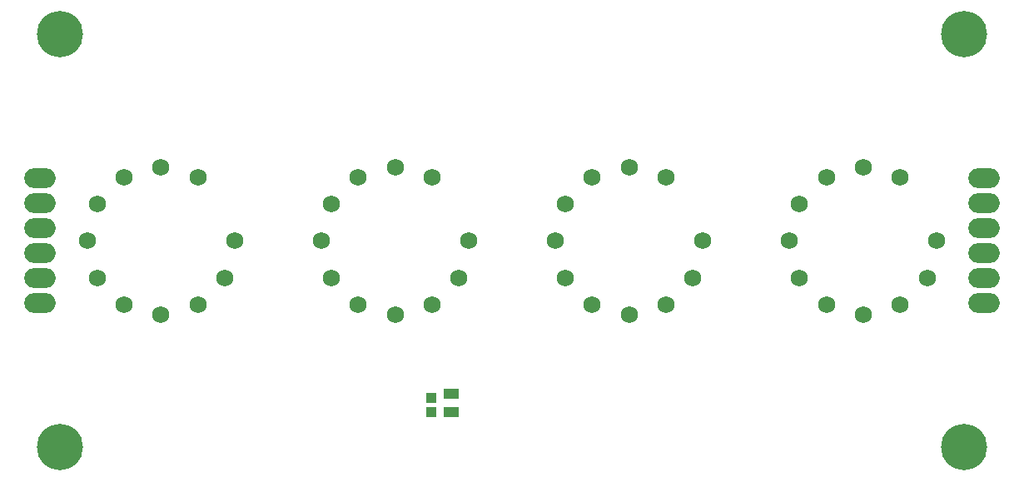
<source format=gts>
G04*
G04 #@! TF.GenerationSoftware,Altium Limited,Altium Designer,18.0.9 (584)*
G04*
G04 Layer_Color=8388736*
%FSLAX25Y25*%
%MOIN*%
G70*
G01*
G75*
%ADD13R,0.03950X0.03950*%
%ADD14R,0.05918X0.04343*%
%ADD15C,0.18517*%
%ADD16C,0.06800*%
%ADD17O,0.12611X0.07887*%
D13*
X164567Y35630D02*
D03*
Y29724D02*
D03*
D14*
X172441D02*
D03*
Y37205D02*
D03*
D15*
X377953Y181102D02*
D03*
Y15748D02*
D03*
X15748Y181102D02*
D03*
Y15748D02*
D03*
D16*
X366929Y98425D02*
D03*
X362992Y83661D02*
D03*
X352165Y72835D02*
D03*
X337402Y68898D02*
D03*
X322638Y72835D02*
D03*
X311811Y83661D02*
D03*
X307874Y98425D02*
D03*
X311811Y113189D02*
D03*
X322638Y124016D02*
D03*
X337402Y127953D02*
D03*
X352165Y124016D02*
D03*
X273228Y98425D02*
D03*
X269291Y83661D02*
D03*
X258465Y72835D02*
D03*
X243701Y68898D02*
D03*
X228937Y72835D02*
D03*
X218110Y83661D02*
D03*
X214173Y98425D02*
D03*
X218110Y113189D02*
D03*
X228937Y124016D02*
D03*
X243701Y127953D02*
D03*
X258465Y124016D02*
D03*
X179528Y98425D02*
D03*
X175591Y83661D02*
D03*
X164764Y72835D02*
D03*
X150000Y68898D02*
D03*
X135236Y72835D02*
D03*
X124409Y83661D02*
D03*
X120472Y98425D02*
D03*
X124409Y113189D02*
D03*
X135236Y124016D02*
D03*
X150000Y127953D02*
D03*
X164764Y124016D02*
D03*
X85827Y98425D02*
D03*
X81890Y83661D02*
D03*
X71063Y72835D02*
D03*
X56299Y68898D02*
D03*
X41535Y72835D02*
D03*
X30709Y83661D02*
D03*
X26772Y98425D02*
D03*
X30709Y113189D02*
D03*
X41535Y124016D02*
D03*
X56299Y127953D02*
D03*
X71063Y124016D02*
D03*
D17*
X385827Y103622D02*
D03*
Y113622D02*
D03*
Y123622D02*
D03*
Y93622D02*
D03*
Y73622D02*
D03*
Y83622D02*
D03*
X7874Y103622D02*
D03*
Y113622D02*
D03*
Y123622D02*
D03*
Y93622D02*
D03*
Y73622D02*
D03*
Y83622D02*
D03*
M02*

</source>
